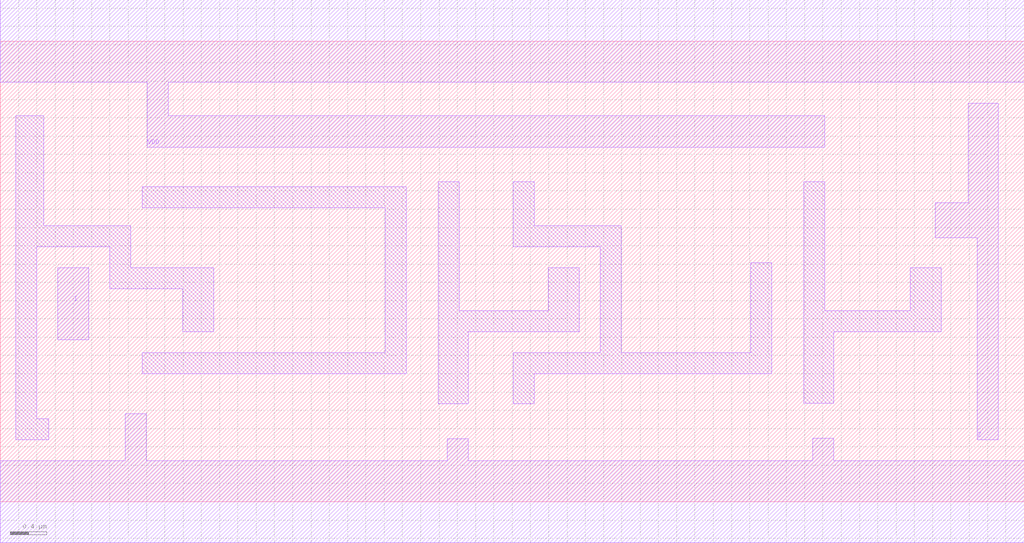
<source format=lef>
# Copyright 2022 GlobalFoundries PDK Authors
#
# Licensed under the Apache License, Version 2.0 (the "License");
# you may not use this file except in compliance with the License.
# You may obtain a copy of the License at
#
#      http://www.apache.org/licenses/LICENSE-2.0
#
# Unless required by applicable law or agreed to in writing, software
# distributed under the License is distributed on an "AS IS" BASIS,
# WITHOUT WARRANTIES OR CONDITIONS OF ANY KIND, either express or implied.
# See the License for the specific language governing permissions and
# limitations under the License.

MACRO gf180mcu_fd_sc_mcu9t5v0__dlyc_1
  CLASS core ;
  FOREIGN gf180mcu_fd_sc_mcu9t5v0__dlyc_1 0.0 0.0 ;
  ORIGIN 0 0 ;
  SYMMETRY X Y ;
  SITE GF018hv5v_green_sc9 ;
  SIZE 11.2 BY 5.04 ;
  PIN I
    DIRECTION INPUT ;
    ANTENNAGATEAREA 0.396 ;
    PORT
      LAYER METAL1 ;
        POLYGON 0.63 1.77 0.97 1.77 0.97 2.56 0.63 2.56  ;
    END
  END I
  PIN Z
    DIRECTION OUTPUT ;
    ANTENNADIFFAREA 1.386 ;
    PORT
      LAYER METAL1 ;
        POLYGON 10.23 2.89 10.295 2.89 10.69 2.89 10.69 0.68 10.92 0.68 10.92 4.36 10.59 4.36 10.59 3.27 10.295 3.27 10.23 3.27  ;
    END
  END Z
  PIN VDD
    DIRECTION INOUT ;
    USE power ;
    SHAPE ABUTMENT ;
    PORT
      LAYER METAL1 ;
        POLYGON 1.84 4.59 4.44 4.59 8.44 4.59 10.295 4.59 11.2 4.59 11.2 5.49 10.295 5.49 8.44 5.49 4.44 5.49 0 5.49 0 4.59 1.61 4.59 1.61 3.88 4.44 3.88 8.44 3.88 9.02 3.88 9.02 4.22 8.44 4.22 4.44 4.22 1.84 4.22  ;
    END
  END VDD
  PIN VSS
    DIRECTION INOUT ;
    USE ground ;
    SHAPE ABUTMENT ;
    PORT
      LAYER METAL1 ;
        POLYGON 0 -0.45 11.2 -0.45 11.2 0.45 9.12 0.45 9.12 0.695 8.89 0.695 8.89 0.45 5.12 0.45 5.12 0.69 4.89 0.69 4.89 0.45 1.595 0.45 1.595 0.965 1.365 0.965 1.365 0.45 0 0.45  ;
    END
  END VSS
  OBS
      LAYER METAL1 ;
        POLYGON 0.4 2.79 1.2 2.79 1.2 2.33 1.995 2.33 1.995 1.86 2.335 1.86 2.335 2.56 1.43 2.56 1.43 3.02 0.475 3.02 0.475 4.22 0.17 4.22 0.17 0.68 0.53 0.68 0.53 0.91 0.4 0.91  ;
        POLYGON 1.555 3.215 4.21 3.215 4.21 1.63 1.555 1.63 1.555 1.4 4.44 1.4 4.44 3.445 1.555 3.445  ;
        POLYGON 4.79 1.07 5.12 1.07 5.12 1.86 6.335 1.86 6.335 2.56 5.995 2.56 5.995 2.09 5.02 2.09 5.02 3.5 4.79 3.5  ;
        POLYGON 5.61 2.79 6.565 2.79 6.565 1.63 5.61 1.63 5.61 1.07 5.84 1.07 5.84 1.4 8.44 1.4 8.44 2.615 8.21 2.615 8.21 1.63 6.795 1.63 6.795 3.02 5.84 3.02 5.84 3.5 5.61 3.5  ;
        POLYGON 8.79 1.075 9.12 1.075 9.12 1.86 10.295 1.86 10.295 2.56 9.955 2.56 9.955 2.09 9.02 2.09 9.02 3.5 8.79 3.5  ;
  END
END gf180mcu_fd_sc_mcu9t5v0__dlyc_1

</source>
